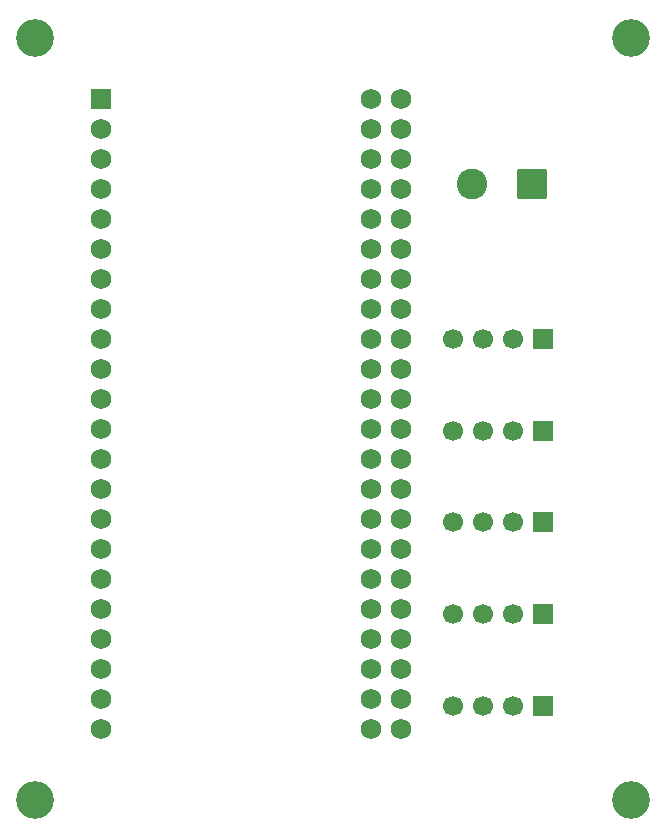
<source format=gbr>
%TF.GenerationSoftware,KiCad,Pcbnew,9.0.2*%
%TF.CreationDate,2025-08-12T13:49:35-04:00*%
%TF.ProjectId,Wireless Communication Board (WCB)V3.2,57697265-6c65-4737-9320-436f6d6d756e,rev?*%
%TF.SameCoordinates,Original*%
%TF.FileFunction,Soldermask,Bot*%
%TF.FilePolarity,Negative*%
%FSLAX46Y46*%
G04 Gerber Fmt 4.6, Leading zero omitted, Abs format (unit mm)*
G04 Created by KiCad (PCBNEW 9.0.2) date 2025-08-12 13:49:35*
%MOMM*%
%LPD*%
G01*
G04 APERTURE LIST*
G04 Aperture macros list*
%AMRoundRect*
0 Rectangle with rounded corners*
0 $1 Rounding radius*
0 $2 $3 $4 $5 $6 $7 $8 $9 X,Y pos of 4 corners*
0 Add a 4 corners polygon primitive as box body*
4,1,4,$2,$3,$4,$5,$6,$7,$8,$9,$2,$3,0*
0 Add four circle primitives for the rounded corners*
1,1,$1+$1,$2,$3*
1,1,$1+$1,$4,$5*
1,1,$1+$1,$6,$7*
1,1,$1+$1,$8,$9*
0 Add four rect primitives between the rounded corners*
20,1,$1+$1,$2,$3,$4,$5,0*
20,1,$1+$1,$4,$5,$6,$7,0*
20,1,$1+$1,$6,$7,$8,$9,0*
20,1,$1+$1,$8,$9,$2,$3,0*%
G04 Aperture macros list end*
%ADD10RoundRect,0.102000X-0.765000X-0.765000X0.765000X-0.765000X0.765000X0.765000X-0.765000X0.765000X0*%
%ADD11C,1.734000*%
%ADD12R,1.700000X1.700000*%
%ADD13C,1.700000*%
%ADD14RoundRect,0.250000X1.050000X1.050000X-1.050000X1.050000X-1.050000X-1.050000X1.050000X-1.050000X0*%
%ADD15C,2.600000*%
%ADD16C,3.200000*%
G04 APERTURE END LIST*
D10*
%TO.C,U1*%
X145640000Y-64660000D03*
D11*
X145640000Y-67200000D03*
X145640000Y-69740000D03*
X145640000Y-72280000D03*
X145640000Y-74820000D03*
X145640000Y-77360000D03*
X145640000Y-79900000D03*
X145640000Y-82440000D03*
X145640000Y-84980000D03*
X145640000Y-87520000D03*
X145640000Y-90060000D03*
X145640000Y-92600000D03*
X145640000Y-95140000D03*
X145640000Y-97680000D03*
X145640000Y-100220000D03*
X145640000Y-102760000D03*
X145640000Y-105300000D03*
X145640000Y-107840000D03*
X145640000Y-110380000D03*
X145640000Y-112920000D03*
X145640000Y-115460000D03*
X145640000Y-118000000D03*
X168500000Y-64660000D03*
X171040000Y-64660000D03*
X168500000Y-67200000D03*
X171040000Y-67170000D03*
X168500000Y-69740000D03*
X171040000Y-69740000D03*
X168500000Y-72280000D03*
X171040000Y-72280000D03*
X168500000Y-74820000D03*
X171040000Y-74820000D03*
X168500000Y-77360000D03*
X171040000Y-77360000D03*
X168500000Y-79900000D03*
X171040000Y-79900000D03*
X168500000Y-82440000D03*
X171040000Y-82440000D03*
X168500000Y-84980000D03*
X171040000Y-84980000D03*
X168500000Y-87520000D03*
X171040000Y-87520000D03*
X168500000Y-90060000D03*
X171040000Y-90060000D03*
X168500000Y-92600000D03*
X171040000Y-92600000D03*
X168500000Y-95140000D03*
X171040000Y-95140000D03*
X168500000Y-97680000D03*
X171040000Y-97680000D03*
X168500000Y-100220000D03*
X171040000Y-100220000D03*
X168500000Y-102760000D03*
X171040000Y-102760000D03*
X168500000Y-105300000D03*
X171040000Y-105300000D03*
X168500000Y-107840000D03*
X171040000Y-107840000D03*
X168500000Y-110380000D03*
X171040000Y-110380000D03*
X168500000Y-112920000D03*
X171040000Y-112920000D03*
X168500000Y-115460000D03*
X171040000Y-115460000D03*
X168500000Y-118000000D03*
X171040000Y-118000000D03*
%TD*%
D12*
%TO.C,J5*%
X183040000Y-116000000D03*
D13*
X180500000Y-116000000D03*
X177960000Y-116000000D03*
X175420000Y-116000000D03*
%TD*%
D12*
%TO.C,J2*%
X183040000Y-92720000D03*
D13*
X180500000Y-92720000D03*
X177960000Y-92720000D03*
X175420000Y-92720000D03*
%TD*%
D14*
%TO.C,J6*%
X182080000Y-71827500D03*
D15*
X177000000Y-71827500D03*
%TD*%
D12*
%TO.C,J3*%
X183040000Y-100480000D03*
D13*
X180500000Y-100480000D03*
X177960000Y-100480000D03*
X175420000Y-100480000D03*
%TD*%
D12*
%TO.C,J4*%
X183040000Y-108240000D03*
D13*
X180500000Y-108240000D03*
X177960000Y-108240000D03*
X175420000Y-108240000D03*
%TD*%
D12*
%TO.C,J1*%
X183040000Y-84960000D03*
D13*
X180500000Y-84960000D03*
X177960000Y-84960000D03*
X175420000Y-84960000D03*
%TD*%
D16*
%TO.C,REF\u002A\u002A*%
X140000000Y-59500000D03*
%TD*%
%TO.C,REF\u002A\u002A*%
X190500000Y-59500000D03*
%TD*%
%TO.C,REF\u002A\u002A*%
X140000000Y-124000000D03*
%TD*%
%TO.C,REF\u002A\u002A*%
X190500000Y-124000000D03*
%TD*%
M02*

</source>
